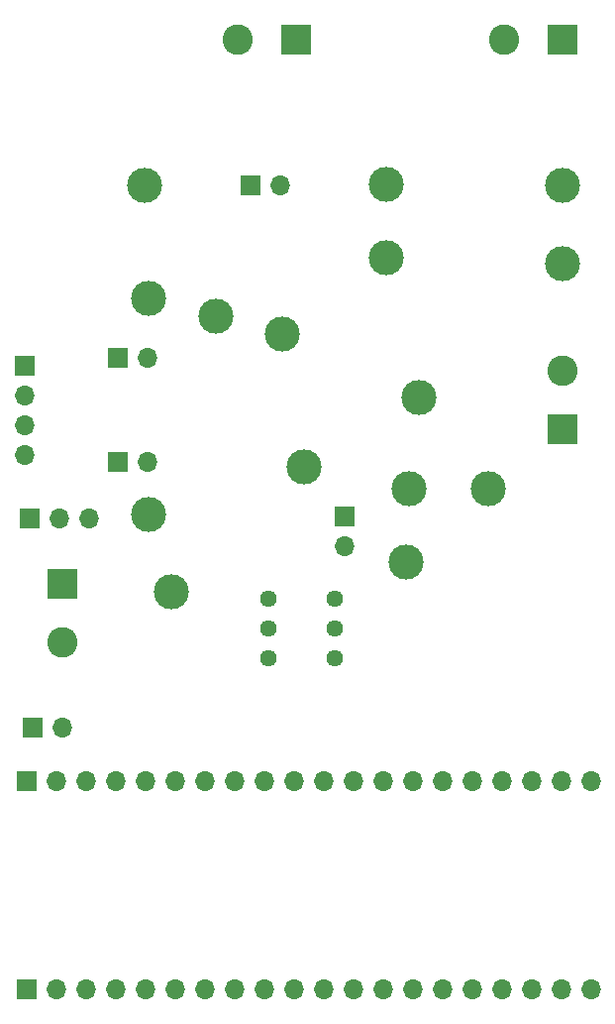
<source format=gbr>
%TF.GenerationSoftware,KiCad,Pcbnew,8.0.9-8.0.9-0~ubuntu22.04.1*%
%TF.CreationDate,2025-04-21T19:03:49+05:30*%
%TF.ProjectId,Variable Buck Converter,56617269-6162-46c6-9520-4275636b2043,rev?*%
%TF.SameCoordinates,Original*%
%TF.FileFunction,Soldermask,Bot*%
%TF.FilePolarity,Negative*%
%FSLAX46Y46*%
G04 Gerber Fmt 4.6, Leading zero omitted, Abs format (unit mm)*
G04 Created by KiCad (PCBNEW 8.0.9-8.0.9-0~ubuntu22.04.1) date 2025-04-21 19:03:49*
%MOMM*%
%LPD*%
G01*
G04 APERTURE LIST*
%ADD10C,3.000000*%
%ADD11R,1.700000X1.700000*%
%ADD12O,1.700000X1.700000*%
%ADD13C,1.440000*%
%ADD14R,2.600000X2.600000*%
%ADD15C,2.600000*%
G04 APERTURE END LIST*
D10*
%TO.C,TP3*%
X119320000Y-94420000D03*
%TD*%
%TO.C,TP5*%
X101940000Y-87500000D03*
%TD*%
D11*
%TO.C,JP2*%
X93545000Y-91030000D03*
D12*
X96085000Y-91030000D03*
%TD*%
D10*
%TO.C,TP14*%
X118400000Y-102230000D03*
%TD*%
%TO.C,TP10*%
X116480000Y-76240000D03*
%TD*%
D11*
%TO.C,JP6*%
X104865000Y-76310000D03*
D12*
X107405000Y-76310000D03*
%TD*%
D10*
%TO.C,TP15*%
X125200000Y-102230000D03*
%TD*%
%TO.C,TP11*%
X116480000Y-82470000D03*
%TD*%
%TO.C,TP7*%
X118190000Y-108500000D03*
%TD*%
%TO.C,TP13*%
X131550000Y-76330000D03*
%TD*%
D11*
%TO.C,JP1*%
X86295000Y-122640000D03*
D12*
X88835000Y-122640000D03*
%TD*%
D10*
%TO.C,TP4*%
X95850000Y-76340000D03*
%TD*%
D11*
%TO.C,JP5*%
X112970000Y-104560000D03*
D12*
X112970000Y-107100000D03*
%TD*%
D13*
%TO.C,POT2*%
X106390000Y-111640000D03*
X106390000Y-114180000D03*
X106390000Y-116720000D03*
%TD*%
D11*
%TO.C,JP3*%
X93545000Y-99970000D03*
D12*
X96085000Y-99970000D03*
%TD*%
D10*
%TO.C,TP6*%
X98080000Y-111030000D03*
%TD*%
D13*
%TO.C,POT1*%
X112080000Y-111610000D03*
X112080000Y-114150000D03*
X112080000Y-116690000D03*
%TD*%
D11*
%TO.C,J6*%
X85730000Y-145010000D03*
D12*
X88270000Y-145010000D03*
X90810000Y-145010000D03*
X93350000Y-145010000D03*
X95890000Y-145010000D03*
X98430000Y-145010000D03*
X100970000Y-145010000D03*
X103510000Y-145010000D03*
X106050000Y-145010000D03*
X108590000Y-145010000D03*
X111130000Y-145010000D03*
X113670000Y-145010000D03*
X116210000Y-145010000D03*
X118750000Y-145010000D03*
X121290000Y-145010000D03*
X123830000Y-145010000D03*
X126370000Y-145010000D03*
X128910000Y-145010000D03*
X131450000Y-145010000D03*
X133990000Y-145010000D03*
%TD*%
D14*
%TO.C,J4*%
X131525000Y-97140000D03*
D15*
X131525000Y-92140000D03*
%TD*%
D14*
%TO.C,J3*%
X108750000Y-63830000D03*
D15*
X103750000Y-63830000D03*
%TD*%
D14*
%TO.C,J5*%
X131595000Y-63830000D03*
D15*
X126595000Y-63830000D03*
%TD*%
D10*
%TO.C,TP8*%
X107580000Y-88980000D03*
%TD*%
D11*
%TO.C,J7*%
X85730000Y-127230000D03*
D12*
X88270000Y-127230000D03*
X90810000Y-127230000D03*
X93350000Y-127230000D03*
X95890000Y-127230000D03*
X98430000Y-127230000D03*
X100970000Y-127230000D03*
X103510000Y-127230000D03*
X106050000Y-127230000D03*
X108590000Y-127230000D03*
X111130000Y-127230000D03*
X113670000Y-127230000D03*
X116210000Y-127230000D03*
X118750000Y-127230000D03*
X121290000Y-127230000D03*
X123830000Y-127230000D03*
X126370000Y-127230000D03*
X128910000Y-127230000D03*
X131450000Y-127230000D03*
X133990000Y-127230000D03*
%TD*%
D10*
%TO.C,TP2*%
X96160000Y-104390000D03*
%TD*%
%TO.C,TP9*%
X109440000Y-100350000D03*
%TD*%
D14*
%TO.C,J2*%
X88790000Y-110350000D03*
D15*
X88790000Y-115350000D03*
%TD*%
D11*
%TO.C,JP4*%
X85975000Y-104790000D03*
D12*
X88515000Y-104790000D03*
X91055000Y-104790000D03*
%TD*%
D11*
%TO.C,J1*%
X85570000Y-91760000D03*
D12*
X85570000Y-94300000D03*
X85570000Y-96840000D03*
X85570000Y-99380000D03*
%TD*%
D10*
%TO.C,TP1*%
X96160000Y-86010000D03*
%TD*%
%TO.C,TP12*%
X131580000Y-82980000D03*
%TD*%
M02*

</source>
